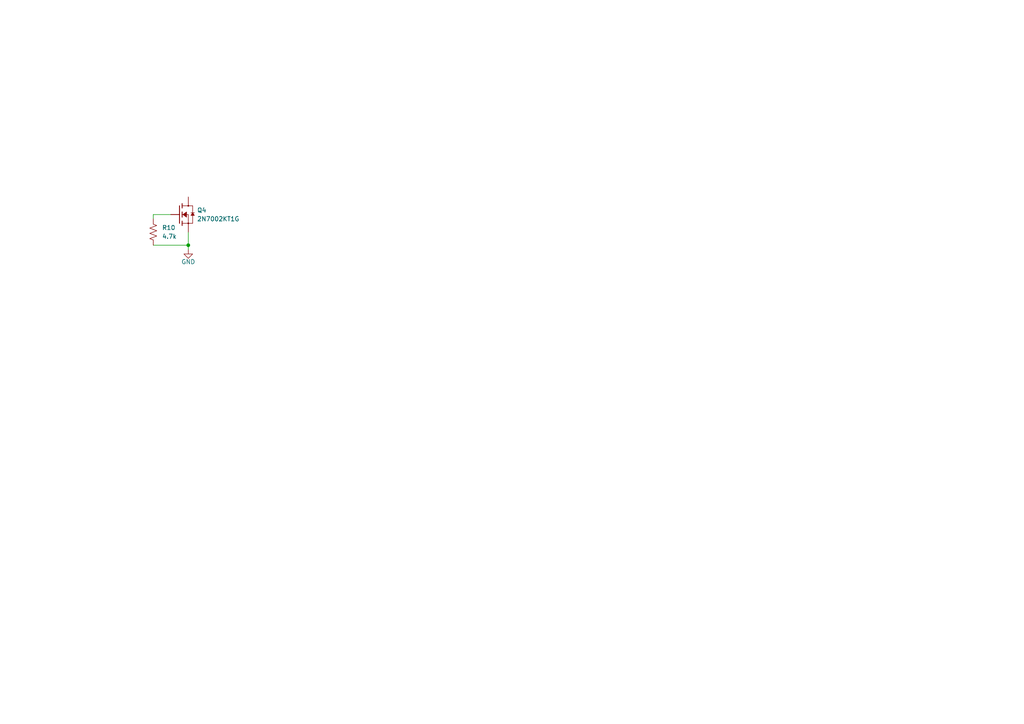
<source format=kicad_sch>
(kicad_sch (version 20231120) (generator "eeschema") (generator_version "8.0")
  (paper "A4")
  (lib_symbols
    (symbol "Sullivan-Labs:NMOS 320mA 60V" (pin_numbers hide) (pin_names hide)
      (property "Reference" "Q" (at 11.43 3.81 0))
      (property "Value" "2N7002KT1G" (at 11.43 1.27 0))
      (symbol "NMOS 320mA 60V_0_0"
        (polyline (pts (xy 2.54 2.54) (xy 2.54 -2.54)) (stroke (width 0.254)))
        (polyline (pts (xy 3.302 -2.54) (xy 3.302 -3.175)) (stroke (width 0.254)))
        (polyline (pts (xy 3.302 -1.905) (xy 3.302 -2.54)) (stroke (width 0.254)))
        (polyline (pts (xy 3.302 0) (xy 3.302 -0.762)) (stroke (width 0.254)))
        (polyline (pts (xy 3.302 0) (xy 5.08 0)) (stroke (width 0.1524)))
        (polyline (pts (xy 3.302 0.762) (xy 3.302 0)) (stroke (width 0.254)))
        (polyline (pts (xy 3.302 2.54) (xy 3.302 1.905)) (stroke (width 0.254)))
        (polyline (pts (xy 3.302 2.54) (xy 6.35 2.54)) (stroke (width 0.1524)))
        (polyline (pts (xy 3.302 3.175) (xy 3.302 2.54)) (stroke (width 0.254)))
        (polyline (pts (xy 5.08 -2.54) (xy 3.302 -2.54)) (stroke (width 0.1524)))
        (polyline (pts (xy 5.08 -2.54) (xy 6.35 -2.54)) (stroke (width 0.1524)))
        (polyline (pts (xy 5.08 0) (xy 5.08 -2.54)) (stroke (width 0.1524)))
        (polyline (pts (xy 6.35 0.508) (xy 5.842 0.508)) (stroke (width 0.1524)))
        (polyline (pts (xy 6.35 0.508) (xy 6.35 -2.54)) (stroke (width 0.1524)))
        (polyline (pts (xy 6.35 2.54) (xy 6.35 0.508)) (stroke (width 0.1524)))
        (polyline (pts (xy 6.858 0.508) (xy 6.35 0.508)) (stroke (width 0.1524)))
        (polyline (pts (xy 3.556 0) (xy 4.572 0.762) (xy 4.572 -0.762) (xy 3.556 0)) (stroke (width 0.1524)) (fill (type outline)))
        (polyline (pts (xy 6.35 0.508) (xy 5.842 -0.254) (xy 6.858 -0.254) (xy 6.35 0.508)) (stroke (width 0.1524)) (fill (type outline)))
        (circle (center 5.08 -2.54) (radius 0.127) (stroke (width 0.254)))
        (circle (center 5.08 2.54) (radius 0.127) (stroke (width 0.254)))
      )
      (symbol "NMOS 320mA 60V_1_1"
        (pin passive line (at 0 0 0) (length 2.54) (name "G") (number "1"))
        (pin passive line (at 5.08 -5.08 90) (length 2.54) (name "S") (number "2"))
        (pin passive line (at 5.08 5.08 270) (length 2.54) (name "D") (number "3"))
      )
    )
    (symbol "Sullivan-Labs:RES_4.7k_0402" (pin_numbers hide) (pin_names (offset 0) hide)
      (property "Reference" "R" (at 2.54 0 90))
      (property "Value" "4.7k" (at -2.54 0 90))
      (symbol "RES_4.7k_0402_0_1"
        (polyline (pts (xy 0 -2.286) (xy 0 -2.54)))
        (polyline (pts (xy 0 2.286) (xy 0 2.54)))
        (polyline (pts (xy 0 -0.762) (xy 1.016 -1.143) (xy 0 -1.524) (xy -1.016 -1.905) (xy 0 -2.286)))
        (polyline (pts (xy 0 0.762) (xy 1.016 0.381) (xy 0 0) (xy -1.016 -0.381) (xy 0 -0.762)))
        (polyline (pts (xy 0 2.286) (xy 1.016 1.905) (xy 0 1.524) (xy -1.016 1.143) (xy 0 0.762)))
      )
      (symbol "RES_4.7k_0402_1_1"
        (pin passive line (at 0 3.81 270) (length 1.27) (name "~") (number "1"))
        (pin passive line (at 0 -3.81 90) (length 1.27) (name "~") (number "2"))
      )
    )
    (symbol "power:GND" (power) (pin_numbers hide) (pin_names (offset 0) hide)
      (property "Value" "GND" (at 0 -3.81 0))
      (symbol "GND_0_1"
        (polyline (pts (xy 0 0) (xy 0 -1.27) (xy 1.27 -1.27) (xy 0 -2.54) (xy -1.27 -1.27) (xy 0 -1.27)))
      )
      (symbol "GND_1_1"
        (pin power_in line (at 0 0 270) (length 0) (name "~") (number "1"))
      )
    )
  )
  (junction (at 54.61 71.12))
  (wire (pts (xy 54.61 67.31) (xy 54.61 71.12)))
  (wire (pts (xy 54.61 72.39) (xy 54.61 71.12)))
  (wire (pts (xy 44.45 62.23) (xy 49.53 62.23)))
  (wire (pts (xy 44.45 71.12) (xy 54.61 71.12)))
  (wire (pts (xy 44.45 63.5) (xy 44.45 62.23)))
  (symbol (lib_id "Sullivan-Labs:RES_4.7k_0402") (at 44.45 67.31 0) (unit 1)
    (property "Reference" "R10" (at 46.99 66.0399 0) (effects (justify left)))
    (property "Value" "4.7k" (at 46.99 68.5799 0) (effects (justify left)))
    (property "Footprint" "Sullivan-Labs:R_0402_1005Metric" (effects (hide yes)))
    (property "Description" "4.7kOhm 1% 0402 Resistor" (effects (hide yes)))
    (property "Manufacturer" "Yageo" (effects (hide yes)))
    (property "PN" "RC0402FR-074K7L" (effects (hide yes)))
  )
  (symbol (lib_id "power:GND") (at 54.61 72.39 0) (unit 1)
    (property "Reference" "#PWR015" (effects (hide yes)))
    (property "Value" "GND" (at 54.61 75.946 0))
    (property "Description" "Power symbol creates a global label with name \"GND\" , ground" (effects (hide yes)))
  )
  (symbol (lib_id "Sullivan-Labs:NMOS 320mA 60V") (at 49.53 62.23 0) (unit 1)
    (property "Reference" "Q4" (at 57.15 60.9599 0) (effects (justify left)))
    (property "Value" "2N7002KT1G" (at 57.15 63.4999 0) (effects (justify left)))
    (property "Footprint" "Sullivan-Labs:SOT95P230X110-3N" (effects (hide yes)))
    (property "Description" "MOSFET N-CH 60V 320MA SOT23-3" (effects (hide yes)))
    (property "Manufacturer" "onsemi" (effects (hide yes)))
    (property "PN" "2N7002KT1G" (effects (hide yes)))
  )
)
</source>
